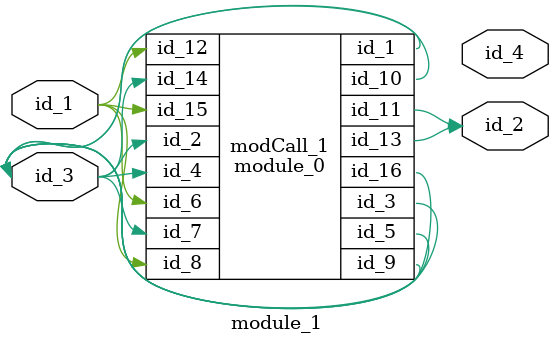
<source format=v>
module module_0 (
    id_1,
    id_2,
    id_3,
    id_4,
    id_5,
    id_6,
    id_7,
    id_8,
    id_9,
    id_10,
    id_11,
    id_12,
    id_13,
    id_14,
    id_15,
    id_16
);
  output wire id_16;
  input wire id_15;
  input wire id_14;
  output wire id_13;
  input wire id_12;
  output wire id_11;
  output wire id_10;
  output wire id_9;
  input wire id_8;
  input wire id_7;
  input wire id_6;
  inout wire id_5;
  input wire id_4;
  inout wire id_3;
  input wire id_2;
  inout wire id_1;
  assign id_5 = id_12;
endmodule
module module_1 #(
    parameter id_5 = 32'd96
) (
    id_1,
    id_2,
    id_3,
    id_4
);
  output wire id_4;
  inout wire id_3;
  module_0 modCall_1 (
      id_3,
      id_3,
      id_3,
      id_3,
      id_3,
      id_1,
      id_3,
      id_1,
      id_3,
      id_3,
      id_2,
      id_1,
      id_2,
      id_3,
      id_1,
      id_3
  );
  output wire id_2;
  input wire id_1;
  localparam id_5 = 1;
  wire id_6;
  wire [-1 : id_5] id_7;
endmodule

</source>
